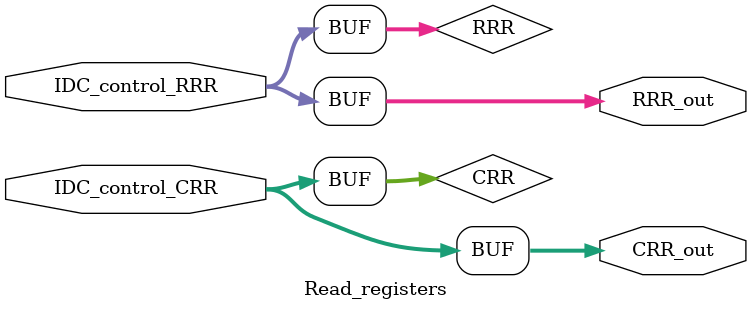
<source format=v>
module Read_registers(input [7:0] IDC_control_RRR,
					  input [7:0] IDC_control_CRR,
					  output [7:0] RRR_out,
				  	  output [7:0] CRR_out);
							 
reg [7:0] RRR;
reg [7:0] CRR;
assign RRR_out = RRR;
assign CRR_out = CRR;

always@(IDC_control_RRR)
begin
	RRR <= IDC_control_RRR;
end
	
always@(IDC_control_CRR)
begin
	CRR <= IDC_control_CRR;
end
							 
endmodule
</source>
